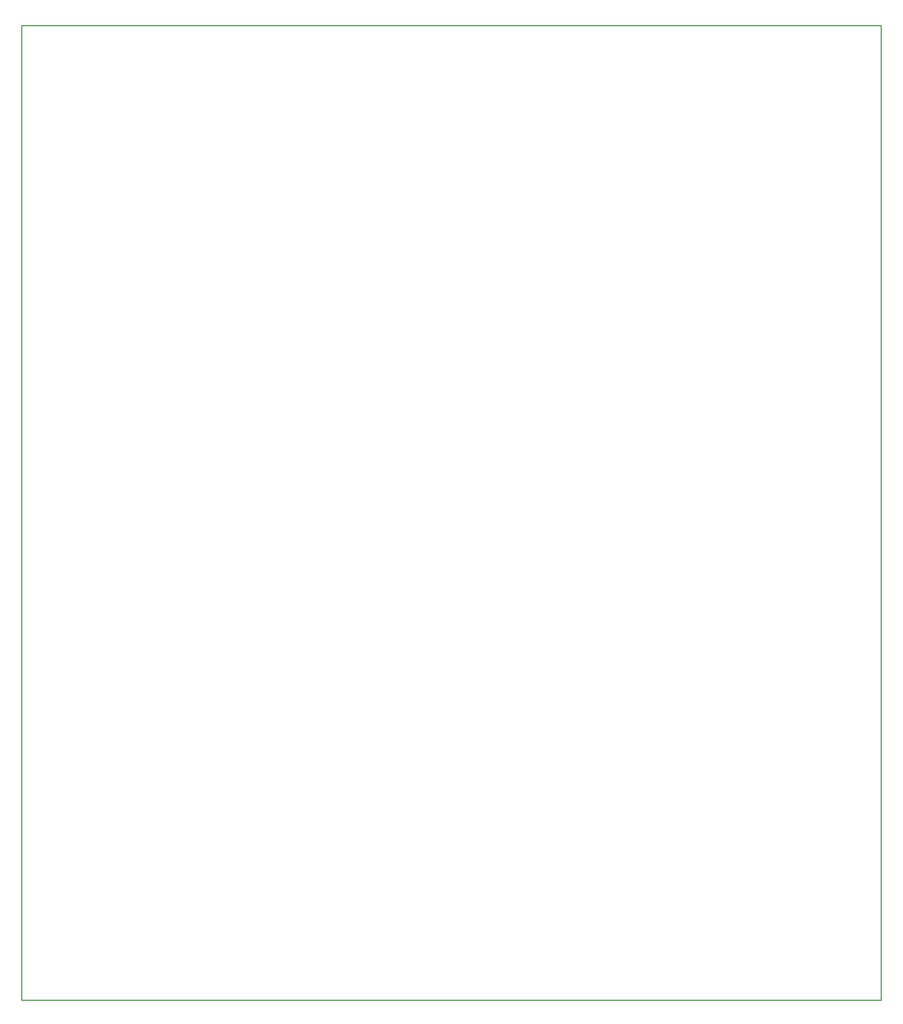
<source format=gbr>
%TF.GenerationSoftware,KiCad,Pcbnew,8.0.4*%
%TF.CreationDate,2024-12-06T03:31:41-06:00*%
%TF.ProjectId,left_hand,6c656674-5f68-4616-9e64-2e6b69636164,rev?*%
%TF.SameCoordinates,Original*%
%TF.FileFunction,Profile,NP*%
%FSLAX46Y46*%
G04 Gerber Fmt 4.6, Leading zero omitted, Abs format (unit mm)*
G04 Created by KiCad (PCBNEW 8.0.4) date 2024-12-06 03:31:41*
%MOMM*%
%LPD*%
G01*
G04 APERTURE LIST*
%TA.AperFunction,Profile*%
%ADD10C,0.050000*%
%TD*%
G04 APERTURE END LIST*
D10*
X115000000Y-56500000D02*
X190000000Y-56500000D01*
X190000000Y-141500000D01*
X115000000Y-141500000D01*
X115000000Y-56500000D01*
M02*

</source>
